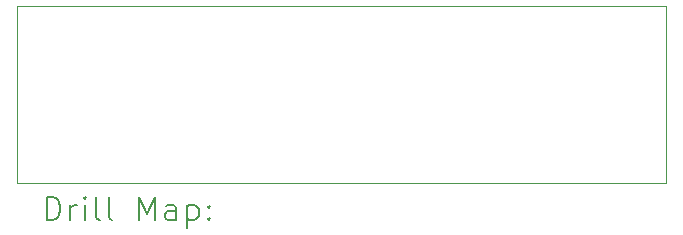
<source format=gbr>
%FSLAX45Y45*%
G04 Gerber Fmt 4.5, Leading zero omitted, Abs format (unit mm)*
G04 Created by KiCad (PCBNEW (6.0.4)) date 2022-06-19 16:10:10*
%MOMM*%
%LPD*%
G01*
G04 APERTURE LIST*
%TA.AperFunction,Profile*%
%ADD10C,0.100000*%
%TD*%
%ADD11C,0.200000*%
G04 APERTURE END LIST*
D10*
X10000800Y-11404600D02*
X15500800Y-11404600D01*
X15500800Y-11404600D02*
X15500800Y-9906000D01*
X10000800Y-9906000D02*
X15500800Y-9906000D01*
X10000800Y-9906000D02*
X10000800Y-11404600D01*
D11*
X10253419Y-11720076D02*
X10253419Y-11520076D01*
X10301038Y-11520076D01*
X10329610Y-11529600D01*
X10348657Y-11548648D01*
X10358181Y-11567695D01*
X10367705Y-11605790D01*
X10367705Y-11634362D01*
X10358181Y-11672457D01*
X10348657Y-11691505D01*
X10329610Y-11710552D01*
X10301038Y-11720076D01*
X10253419Y-11720076D01*
X10453419Y-11720076D02*
X10453419Y-11586743D01*
X10453419Y-11624838D02*
X10462943Y-11605790D01*
X10472467Y-11596267D01*
X10491514Y-11586743D01*
X10510562Y-11586743D01*
X10577229Y-11720076D02*
X10577229Y-11586743D01*
X10577229Y-11520076D02*
X10567705Y-11529600D01*
X10577229Y-11539124D01*
X10586752Y-11529600D01*
X10577229Y-11520076D01*
X10577229Y-11539124D01*
X10701038Y-11720076D02*
X10681990Y-11710552D01*
X10672467Y-11691505D01*
X10672467Y-11520076D01*
X10805800Y-11720076D02*
X10786752Y-11710552D01*
X10777229Y-11691505D01*
X10777229Y-11520076D01*
X11034371Y-11720076D02*
X11034371Y-11520076D01*
X11101038Y-11662933D01*
X11167705Y-11520076D01*
X11167705Y-11720076D01*
X11348657Y-11720076D02*
X11348657Y-11615314D01*
X11339133Y-11596267D01*
X11320086Y-11586743D01*
X11281990Y-11586743D01*
X11262943Y-11596267D01*
X11348657Y-11710552D02*
X11329609Y-11720076D01*
X11281990Y-11720076D01*
X11262943Y-11710552D01*
X11253419Y-11691505D01*
X11253419Y-11672457D01*
X11262943Y-11653409D01*
X11281990Y-11643886D01*
X11329609Y-11643886D01*
X11348657Y-11634362D01*
X11443895Y-11586743D02*
X11443895Y-11786743D01*
X11443895Y-11596267D02*
X11462943Y-11586743D01*
X11501038Y-11586743D01*
X11520086Y-11596267D01*
X11529609Y-11605790D01*
X11539133Y-11624838D01*
X11539133Y-11681981D01*
X11529609Y-11701028D01*
X11520086Y-11710552D01*
X11501038Y-11720076D01*
X11462943Y-11720076D01*
X11443895Y-11710552D01*
X11624848Y-11701028D02*
X11634371Y-11710552D01*
X11624848Y-11720076D01*
X11615324Y-11710552D01*
X11624848Y-11701028D01*
X11624848Y-11720076D01*
X11624848Y-11596267D02*
X11634371Y-11605790D01*
X11624848Y-11615314D01*
X11615324Y-11605790D01*
X11624848Y-11596267D01*
X11624848Y-11615314D01*
M02*

</source>
